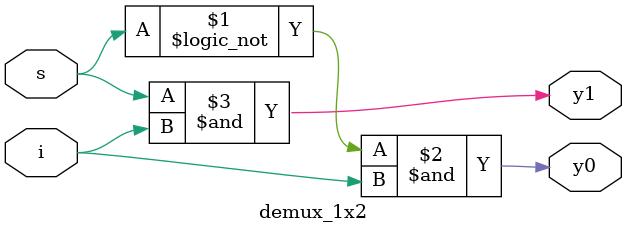
<source format=v>
module or_gate(a,b,y);
	input a,b;
	output y;
	
	wire w1,w2;
	not n1(w1,b);
	
	demux_1x2 d1(w1,a,w2,1'b0);
	demux_1x2 d2(1'b1,w2,y,1'b0);
endmodule

module demux_1x2(i,s,y0,y1);
	input i,s;
	output y0,y1;
	
	assign y0 = !s & i;
	assign y1 = s & i;

endmodule
</source>
